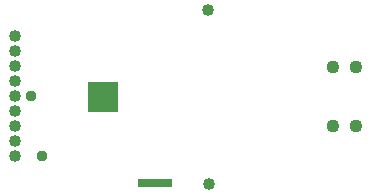
<source format=gbr>
G04 EAGLE Gerber RS-274X export*
G75*
%MOMM*%
%FSLAX34Y34*%
%LPD*%
%INSoldermask Bottom*%
%IPPOS*%
%AMOC8*
5,1,8,0,0,1.08239X$1,22.5*%
G01*
%ADD10C,1.016000*%
%ADD11C,1.108000*%
%ADD12C,0.958000*%
%ADD13R,2.540000X2.540000*%
%ADD14R,3.000000X0.800000*%


D10*
X162500Y155500D03*
X163000Y8000D03*
D11*
X268000Y57000D03*
X288000Y57000D03*
D12*
X22000Y32000D03*
X12500Y83000D03*
D13*
X73300Y82000D03*
D14*
X117400Y9500D03*
D11*
X288000Y107000D03*
X268000Y107000D03*
D10*
X-1000Y121300D03*
X-1000Y108600D03*
X-1000Y95900D03*
X-1000Y83200D03*
X-1000Y70500D03*
X-1000Y134000D03*
X-1000Y57400D03*
X-1000Y44700D03*
X-1000Y32000D03*
M02*

</source>
